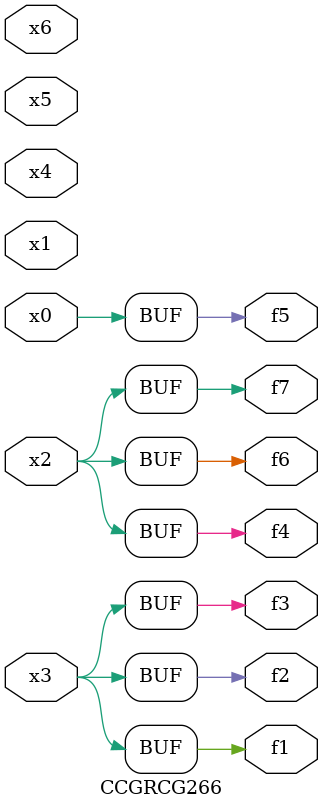
<source format=v>
module CCGRCG266(
	input x0, x1, x2, x3, x4, x5, x6,
	output f1, f2, f3, f4, f5, f6, f7
);
	assign f1 = x3;
	assign f2 = x3;
	assign f3 = x3;
	assign f4 = x2;
	assign f5 = x0;
	assign f6 = x2;
	assign f7 = x2;
endmodule

</source>
